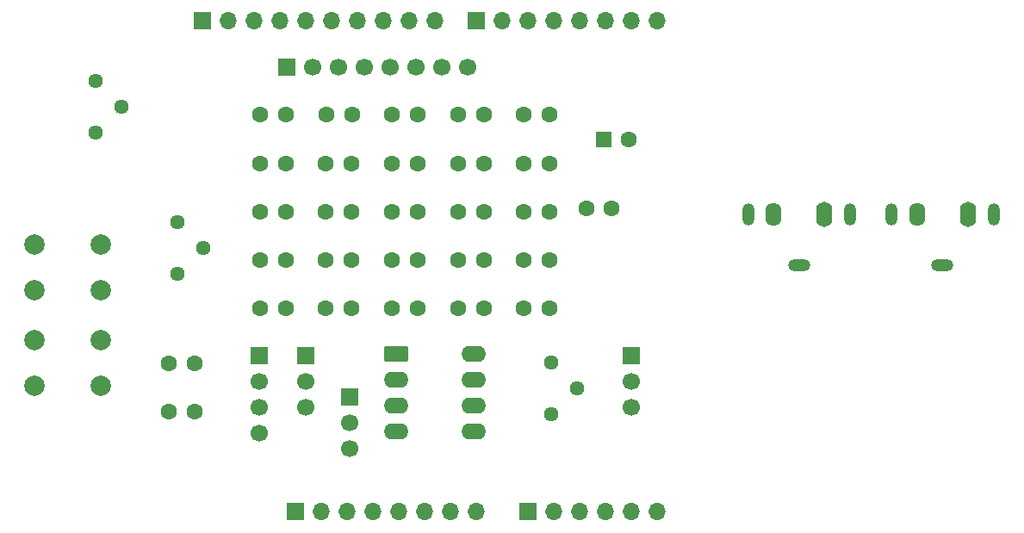
<source format=gbr>
%TF.GenerationSoftware,KiCad,Pcbnew,9.0.7*%
%TF.CreationDate,2026-02-04T13:13:08-07:00*%
%TF.ProjectId,Uno_Shield_DSP_Class_v1,556e6f5f-5368-4696-956c-645f4453505f,rev?*%
%TF.SameCoordinates,Original*%
%TF.FileFunction,Copper,L2,Bot*%
%TF.FilePolarity,Positive*%
%FSLAX46Y46*%
G04 Gerber Fmt 4.6, Leading zero omitted, Abs format (unit mm)*
G04 Created by KiCad (PCBNEW 9.0.7) date 2026-02-04 13:13:08*
%MOMM*%
%LPD*%
G01*
G04 APERTURE LIST*
G04 Aperture macros list*
%AMRoundRect*
0 Rectangle with rounded corners*
0 $1 Rounding radius*
0 $2 $3 $4 $5 $6 $7 $8 $9 X,Y pos of 4 corners*
0 Add a 4 corners polygon primitive as box body*
4,1,4,$2,$3,$4,$5,$6,$7,$8,$9,$2,$3,0*
0 Add four circle primitives for the rounded corners*
1,1,$1+$1,$2,$3*
1,1,$1+$1,$4,$5*
1,1,$1+$1,$6,$7*
1,1,$1+$1,$8,$9*
0 Add four rect primitives between the rounded corners*
20,1,$1+$1,$2,$3,$4,$5,0*
20,1,$1+$1,$4,$5,$6,$7,0*
20,1,$1+$1,$6,$7,$8,$9,0*
20,1,$1+$1,$8,$9,$2,$3,0*%
G04 Aperture macros list end*
%TA.AperFunction,ComponentPad*%
%ADD10R,1.700000X1.700000*%
%TD*%
%TA.AperFunction,ComponentPad*%
%ADD11O,1.700000X1.700000*%
%TD*%
%TA.AperFunction,ComponentPad*%
%ADD12C,1.600000*%
%TD*%
%TA.AperFunction,ComponentPad*%
%ADD13C,2.000000*%
%TD*%
%TA.AperFunction,ComponentPad*%
%ADD14C,1.700000*%
%TD*%
%TA.AperFunction,ComponentPad*%
%ADD15O,1.200000X2.200000*%
%TD*%
%TA.AperFunction,ComponentPad*%
%ADD16O,1.600000X2.300000*%
%TD*%
%TA.AperFunction,ComponentPad*%
%ADD17O,2.200000X1.200000*%
%TD*%
%TA.AperFunction,ComponentPad*%
%ADD18O,1.600000X2.500000*%
%TD*%
%TA.AperFunction,ComponentPad*%
%ADD19RoundRect,0.250000X-0.550000X-0.550000X0.550000X-0.550000X0.550000X0.550000X-0.550000X0.550000X0*%
%TD*%
%TA.AperFunction,ComponentPad*%
%ADD20C,1.440000*%
%TD*%
%TA.AperFunction,ComponentPad*%
%ADD21RoundRect,0.250000X-0.950000X-0.550000X0.950000X-0.550000X0.950000X0.550000X-0.950000X0.550000X0*%
%TD*%
%TA.AperFunction,ComponentPad*%
%ADD22O,2.400000X1.600000*%
%TD*%
G04 APERTURE END LIST*
D10*
%TO.P,J1,1,Pin_1*%
%TO.N,unconnected-(J1-Pin_1-Pad1)*%
X127940000Y-97460000D03*
D11*
%TO.P,J1,2,Pin_2*%
%TO.N,/IOREF*%
X130480000Y-97460000D03*
%TO.P,J1,3,Pin_3*%
%TO.N,/~{RESET}*%
X133020000Y-97460000D03*
%TO.P,J1,4,Pin_4*%
%TO.N,+3V3*%
X135560000Y-97460000D03*
%TO.P,J1,5,Pin_5*%
%TO.N,+5V*%
X138100000Y-97460000D03*
%TO.P,J1,6,Pin_6*%
%TO.N,GND*%
X140640000Y-97460000D03*
%TO.P,J1,7,Pin_7*%
X143180000Y-97460000D03*
%TO.P,J1,8,Pin_8*%
%TO.N,VCC*%
X145720000Y-97460000D03*
%TD*%
D10*
%TO.P,J3,1,Pin_1*%
%TO.N,/A0*%
X150800000Y-97460000D03*
D11*
%TO.P,J3,2,Pin_2*%
%TO.N,/A1*%
X153340000Y-97460000D03*
%TO.P,J3,3,Pin_3*%
%TO.N,/IN_RIGHT*%
X155880000Y-97460000D03*
%TO.P,J3,4,Pin_4*%
%TO.N,/IN_LEFT*%
X158420000Y-97460000D03*
%TO.P,J3,5,Pin_5*%
%TO.N,/SDA{slash}A4*%
X160960000Y-97460000D03*
%TO.P,J3,6,Pin_6*%
%TO.N,/SCL{slash}A5*%
X163500000Y-97460000D03*
%TD*%
D10*
%TO.P,J2,1,Pin_1*%
%TO.N,/SCL*%
X118796000Y-49200000D03*
D11*
%TO.P,J2,2,Pin_2*%
%TO.N,/SDA*%
X121336000Y-49200000D03*
%TO.P,J2,3,Pin_3*%
%TO.N,/AREF*%
X123876000Y-49200000D03*
%TO.P,J2,4,Pin_4*%
%TO.N,GND*%
X126416000Y-49200000D03*
%TO.P,J2,5,Pin_5*%
%TO.N,/D9*%
X128956000Y-49200000D03*
%TO.P,J2,6,Pin_6*%
%TO.N,/D8*%
X131496000Y-49200000D03*
%TO.P,J2,7,Pin_7*%
%TO.N,/D7*%
X134036000Y-49200000D03*
%TO.P,J2,8,Pin_8*%
%TO.N,/D6*%
X136576000Y-49200000D03*
%TO.P,J2,9,Pin_9*%
%TO.N,/D5*%
X139116000Y-49200000D03*
%TO.P,J2,10,Pin_10*%
%TO.N,/D4*%
X141656000Y-49200000D03*
%TD*%
D10*
%TO.P,J4,1,Pin_1*%
%TO.N,/D3*%
X145720000Y-49200000D03*
D11*
%TO.P,J4,2,Pin_2*%
%TO.N,/D2*%
X148260000Y-49200000D03*
%TO.P,J4,3,Pin_3*%
%TO.N,/D1*%
X150800000Y-49200000D03*
%TO.P,J4,4,Pin_4*%
%TO.N,/D0*%
X153340000Y-49200000D03*
%TO.P,J4,5,Pin_5*%
%TO.N,/BT2*%
X155880000Y-49200000D03*
%TO.P,J4,6,Pin_6*%
%TO.N,/BT1*%
X158420000Y-49200000D03*
%TO.P,J4,7,Pin_7*%
%TO.N,/TX{slash}1*%
X160960000Y-49200000D03*
%TO.P,J4,8,Pin_8*%
%TO.N,/RX{slash}0*%
X163500000Y-49200000D03*
%TD*%
D12*
%TO.P,R9,1*%
%TO.N,Net-(R10-Pad1)*%
X130920000Y-63200000D03*
%TO.P,R9,2*%
%TO.N,Net-(R7-Pad1)*%
X133460000Y-63200000D03*
%TD*%
%TO.P,R13,1*%
%TO.N,Net-(R13-Pad1)*%
X137410000Y-58450000D03*
%TO.P,R13,2*%
%TO.N,Net-(R11-Pad1)*%
X139950000Y-58450000D03*
%TD*%
%TO.P,R14,1*%
%TO.N,Net-(R13-Pad1)*%
X137410000Y-63200000D03*
%TO.P,R14,2*%
%TO.N,/D5*%
X139950000Y-63200000D03*
%TD*%
%TO.P,R18,1*%
%TO.N,Net-(R17-Pad1)*%
X143900000Y-58450000D03*
%TO.P,R18,2*%
%TO.N,/D7*%
X146440000Y-58450000D03*
%TD*%
%TO.P,R4,1*%
%TO.N,Net-(R3-Pad2)*%
X124430000Y-63200000D03*
%TO.P,R4,2*%
%TO.N,/D0*%
X126970000Y-63200000D03*
%TD*%
%TO.P,R15,1*%
%TO.N,Net-(R15-Pad1)*%
X137410000Y-67950000D03*
%TO.P,R15,2*%
%TO.N,Net-(R13-Pad1)*%
X139950000Y-67950000D03*
%TD*%
%TO.P,R19,1*%
%TO.N,Net-(R19-Pad1)*%
X143900000Y-63200000D03*
%TO.P,R19,2*%
%TO.N,Net-(R17-Pad1)*%
X146440000Y-63200000D03*
%TD*%
%TO.P,C2,1*%
%TO.N,Net-(U1A--)*%
X156530000Y-67650000D03*
%TO.P,C2,2*%
%TO.N,Net-(C2-Pad2)*%
X159030000Y-67650000D03*
%TD*%
%TO.P,R7,1*%
%TO.N,Net-(R7-Pad1)*%
X124430000Y-77450000D03*
%TO.P,R7,2*%
%TO.N,Net-(R5-Pad1)*%
X126970000Y-77450000D03*
%TD*%
%TO.P,R21,1*%
%TO.N,Net-(R21-Pad1)*%
X143900000Y-72700000D03*
%TO.P,R21,2*%
%TO.N,Net-(R19-Pad1)*%
X146440000Y-72700000D03*
%TD*%
D13*
%TO.P,SW2,1,1*%
%TO.N,+5V*%
X102280000Y-80560000D03*
X108780000Y-80560000D03*
%TO.P,SW2,2,2*%
%TO.N,/BT2*%
X102280000Y-85060000D03*
X108780000Y-85060000D03*
%TD*%
D12*
%TO.P,R20,1*%
%TO.N,Net-(R19-Pad1)*%
X143900000Y-67950000D03*
%TO.P,R20,2*%
%TO.N,/D8*%
X146440000Y-67950000D03*
%TD*%
%TO.P,R6,1*%
%TO.N,Net-(R5-Pad1)*%
X124430000Y-72700000D03*
%TO.P,R6,2*%
%TO.N,/D1*%
X126970000Y-72700000D03*
%TD*%
D10*
%TO.P,J7,1,Pin_1*%
%TO.N,/AUDIO_OUT*%
X128940000Y-82120000D03*
D14*
%TO.P,J7,2,Pin_2*%
X128940000Y-84660000D03*
%TO.P,J7,3,Pin_3*%
%TO.N,GND*%
X128940000Y-87200000D03*
%TD*%
D12*
%TO.P,R10,1*%
%TO.N,Net-(R10-Pad1)*%
X130920000Y-67950000D03*
%TO.P,R10,2*%
%TO.N,/D3*%
X133460000Y-67950000D03*
%TD*%
D10*
%TO.P,J5,1,Pin_1*%
%TO.N,unconnected-(J5-Pin_1-Pad1)*%
X127080000Y-53720000D03*
D14*
%TO.P,J5,2,Pin_2*%
%TO.N,unconnected-(J5-Pin_2-Pad2)*%
X129620000Y-53720000D03*
%TO.P,J5,3,Pin_3*%
%TO.N,unconnected-(J5-Pin_3-Pad3)*%
X132160000Y-53720000D03*
%TO.P,J5,4,Pin_4*%
%TO.N,unconnected-(J5-Pin_4-Pad4)*%
X134700000Y-53720000D03*
%TO.P,J5,5,Pin_5*%
%TO.N,/SDA*%
X137240000Y-53720000D03*
%TO.P,J5,6,Pin_6*%
%TO.N,/SCL*%
X139780000Y-53720000D03*
%TO.P,J5,7,Pin_7*%
%TO.N,GND*%
X142320000Y-53720000D03*
%TO.P,J5,8,Pin_8*%
%TO.N,+5V*%
X144860000Y-53720000D03*
%TD*%
D12*
%TO.P,R26,1*%
%TO.N,Net-(R26-Pad1)*%
X150390000Y-72700000D03*
%TO.P,R26,2*%
%TO.N,GND*%
X152930000Y-72700000D03*
%TD*%
D15*
%TO.P,J11,R*%
%TO.N,/AUDIO_OUT*%
X186550000Y-68220000D03*
D16*
%TO.P,J11,RN*%
X189050000Y-68220000D03*
D17*
%TO.P,J11,S*%
%TO.N,GND*%
X191550000Y-73220000D03*
D15*
%TO.P,J11,T*%
%TO.N,/AUDIO_OUT*%
X196550000Y-68220000D03*
D18*
%TO.P,J11,TN*%
X194050000Y-68220000D03*
%TD*%
D12*
%TO.P,R5,1*%
%TO.N,Net-(R5-Pad1)*%
X124430000Y-67950000D03*
%TO.P,R5,2*%
%TO.N,Net-(R3-Pad2)*%
X126970000Y-67950000D03*
%TD*%
D19*
%TO.P,C1,1*%
%TO.N,+5V*%
X158224698Y-60850000D03*
D12*
%TO.P,C1,2*%
%TO.N,GND*%
X160724698Y-60850000D03*
%TD*%
%TO.P,R24,1*%
%TO.N,Net-(C2-Pad2)*%
X150390000Y-63200000D03*
%TO.P,R24,2*%
%TO.N,Net-(U1A--)*%
X152930000Y-63200000D03*
%TD*%
%TO.P,R12,1*%
%TO.N,Net-(R11-Pad1)*%
X130920000Y-77450000D03*
%TO.P,R12,2*%
%TO.N,/D4*%
X133460000Y-77450000D03*
%TD*%
D13*
%TO.P,SW1,1,1*%
%TO.N,+5V*%
X102280000Y-71210000D03*
X108780000Y-71210000D03*
%TO.P,SW1,2,2*%
%TO.N,/BT1*%
X102280000Y-75710000D03*
X108780000Y-75710000D03*
%TD*%
D12*
%TO.P,R11,1*%
%TO.N,Net-(R11-Pad1)*%
X130920000Y-72700000D03*
%TO.P,R11,2*%
%TO.N,Net-(R10-Pad1)*%
X133460000Y-72700000D03*
%TD*%
%TO.P,R22,1*%
%TO.N,Net-(R21-Pad1)*%
X143900000Y-77450000D03*
%TO.P,R22,2*%
%TO.N,/D9*%
X146440000Y-77450000D03*
%TD*%
D10*
%TO.P,J12,1,Pin_1*%
%TO.N,GND*%
X133260000Y-86170000D03*
D14*
%TO.P,J12,2,Pin_2*%
%TO.N,/IN_RIGHT*%
X133260000Y-88710000D03*
%TO.P,J12,3,Pin_3*%
%TO.N,/IN_LEFT*%
X133260000Y-91250000D03*
%TD*%
D12*
%TO.P,R1,1*%
%TO.N,/BT1*%
X115440000Y-82870000D03*
%TO.P,R1,2*%
%TO.N,GND*%
X117980000Y-82870000D03*
%TD*%
%TO.P,R27,1*%
%TO.N,/AUDIO_OUT*%
X150390000Y-77450000D03*
%TO.P,R27,2*%
%TO.N,Net-(C2-Pad2)*%
X152930000Y-77450000D03*
%TD*%
%TO.P,R17,1*%
%TO.N,Net-(R17-Pad1)*%
X137410000Y-77450000D03*
%TO.P,R17,2*%
%TO.N,Net-(R15-Pad1)*%
X139950000Y-77450000D03*
%TD*%
%TO.P,R25,1*%
%TO.N,+5V*%
X150390000Y-67950000D03*
%TO.P,R25,2*%
%TO.N,Net-(R25-Pad2)*%
X152930000Y-67950000D03*
%TD*%
%TO.P,R16,1*%
%TO.N,Net-(R15-Pad1)*%
X137410000Y-72700000D03*
%TO.P,R16,2*%
%TO.N,/D6*%
X139950000Y-72700000D03*
%TD*%
D20*
%TO.P,RV1,1,1*%
%TO.N,+5V*%
X108320000Y-60190000D03*
%TO.P,RV1,2,2*%
%TO.N,/A0*%
X110860000Y-57650000D03*
%TO.P,RV1,3,3*%
%TO.N,GND*%
X108320000Y-55110000D03*
%TD*%
D12*
%TO.P,R2,1*%
%TO.N,/BT2*%
X115440000Y-87620000D03*
%TO.P,R2,2*%
%TO.N,GND*%
X117980000Y-87620000D03*
%TD*%
D21*
%TO.P,U1,1*%
%TO.N,Net-(C2-Pad2)*%
X137870000Y-81930000D03*
D22*
%TO.P,U1,2,-*%
%TO.N,Net-(U1A--)*%
X137870000Y-84470000D03*
%TO.P,U1,3,+*%
%TO.N,Net-(J9-Pin_2)*%
X137870000Y-87010000D03*
%TO.P,U1,4,V-*%
%TO.N,GND*%
X137870000Y-89550000D03*
%TO.P,U1,5,+*%
X145490000Y-89550000D03*
%TO.P,U1,6,-*%
%TO.N,Net-(U1B--)*%
X145490000Y-87010000D03*
%TO.P,U1,7*%
X145490000Y-84470000D03*
%TO.P,U1,8,V+*%
%TO.N,+5V*%
X145490000Y-81930000D03*
%TD*%
D10*
%TO.P,J9,1,Pin_1*%
%TO.N,GND*%
X160910000Y-82120000D03*
D14*
%TO.P,J9,2,Pin_2*%
%TO.N,Net-(J9-Pin_2)*%
X160910000Y-84660000D03*
%TO.P,J9,3,Pin_3*%
%TO.N,Net-(J9-Pin_3)*%
X160910000Y-87200000D03*
%TD*%
D12*
%TO.P,R3,1*%
%TO.N,GND*%
X124430000Y-58450000D03*
%TO.P,R3,2*%
%TO.N,Net-(R3-Pad2)*%
X126970000Y-58450000D03*
%TD*%
D15*
%TO.P,J10,R*%
%TO.N,/IN_RIGHT*%
X172430000Y-68220000D03*
D16*
%TO.P,J10,RN*%
X174930000Y-68220000D03*
D17*
%TO.P,J10,S*%
%TO.N,GND*%
X177430000Y-73220000D03*
D15*
%TO.P,J10,T*%
%TO.N,/IN_LEFT*%
X182430000Y-68220000D03*
D18*
%TO.P,J10,TN*%
X179930000Y-68220000D03*
%TD*%
D20*
%TO.P,RV3,1,1*%
%TO.N,Net-(R25-Pad2)*%
X153090000Y-87910000D03*
%TO.P,RV3,2,2*%
%TO.N,Net-(J9-Pin_3)*%
X155630000Y-85370000D03*
%TO.P,RV3,3,3*%
%TO.N,Net-(R26-Pad1)*%
X153090000Y-82830000D03*
%TD*%
%TO.P,RV2,1,1*%
%TO.N,+5V*%
X116335000Y-74040000D03*
%TO.P,RV2,2,2*%
%TO.N,/A1*%
X118875000Y-71500000D03*
%TO.P,RV2,3,3*%
%TO.N,GND*%
X116335000Y-68960000D03*
%TD*%
D12*
%TO.P,R8,1*%
%TO.N,Net-(R7-Pad1)*%
X130960000Y-58450000D03*
%TO.P,R8,2*%
%TO.N,/D2*%
X133500000Y-58450000D03*
%TD*%
D10*
%TO.P,J6,1,Pin_1*%
%TO.N,GND*%
X124350000Y-82120000D03*
D14*
%TO.P,J6,2,Pin_2*%
%TO.N,+5V*%
X124350000Y-84660000D03*
%TO.P,J6,3,Pin_3*%
%TO.N,/SCL*%
X124350000Y-87200000D03*
%TO.P,J6,4,Pin_4*%
%TO.N,/SDA*%
X124350000Y-89740000D03*
%TD*%
D12*
%TO.P,R23,1*%
%TO.N,Net-(U1A--)*%
X150390000Y-58450000D03*
%TO.P,R23,2*%
%TO.N,Net-(R21-Pad1)*%
X152930000Y-58450000D03*
%TD*%
M02*

</source>
